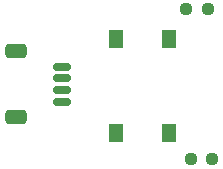
<source format=gbr>
%TF.GenerationSoftware,KiCad,Pcbnew,8.0.2*%
%TF.CreationDate,2024-10-31T00:05:32+01:00*%
%TF.ProjectId,SinglePoint,53696e67-6c65-4506-9f69-6e742e6b6963,rev?*%
%TF.SameCoordinates,Original*%
%TF.FileFunction,Paste,Top*%
%TF.FilePolarity,Positive*%
%FSLAX46Y46*%
G04 Gerber Fmt 4.6, Leading zero omitted, Abs format (unit mm)*
G04 Created by KiCad (PCBNEW 8.0.2) date 2024-10-31 00:05:32*
%MOMM*%
%LPD*%
G01*
G04 APERTURE LIST*
G04 Aperture macros list*
%AMRoundRect*
0 Rectangle with rounded corners*
0 $1 Rounding radius*
0 $2 $3 $4 $5 $6 $7 $8 $9 X,Y pos of 4 corners*
0 Add a 4 corners polygon primitive as box body*
4,1,4,$2,$3,$4,$5,$6,$7,$8,$9,$2,$3,0*
0 Add four circle primitives for the rounded corners*
1,1,$1+$1,$2,$3*
1,1,$1+$1,$4,$5*
1,1,$1+$1,$6,$7*
1,1,$1+$1,$8,$9*
0 Add four rect primitives between the rounded corners*
20,1,$1+$1,$2,$3,$4,$5,0*
20,1,$1+$1,$4,$5,$6,$7,0*
20,1,$1+$1,$6,$7,$8,$9,0*
20,1,$1+$1,$8,$9,$2,$3,0*%
G04 Aperture macros list end*
%ADD10R,1.300000X1.550000*%
%ADD11RoundRect,0.150000X-0.625000X0.150000X-0.625000X-0.150000X0.625000X-0.150000X0.625000X0.150000X0*%
%ADD12RoundRect,0.250000X-0.650000X0.350000X-0.650000X-0.350000X0.650000X-0.350000X0.650000X0.350000X0*%
%ADD13RoundRect,0.237500X0.250000X0.237500X-0.250000X0.237500X-0.250000X-0.237500X0.250000X-0.237500X0*%
G04 APERTURE END LIST*
D10*
%TO.C,SW1*%
X39750000Y-57223000D03*
X39750000Y-65173000D03*
X35250000Y-57223000D03*
X35250000Y-65173000D03*
%TD*%
D11*
%TO.C,J1*%
X30647000Y-59571000D03*
X30647000Y-60571000D03*
X30647000Y-61571000D03*
X30647000Y-62571000D03*
D12*
X26772000Y-58271000D03*
X26772000Y-63871000D03*
%TD*%
D13*
%TO.C,R2*%
X43379000Y-67421000D03*
X41554000Y-67421000D03*
%TD*%
%TO.C,R1*%
X43021500Y-54721000D03*
X41196500Y-54721000D03*
%TD*%
M02*

</source>
